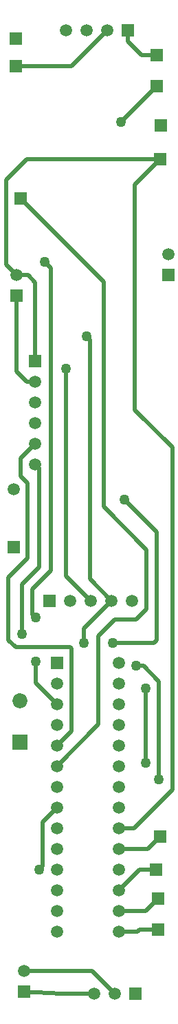
<source format=gbr>
G04 Layer_Physical_Order=2*
G04 Layer_Color=16711680*
%FSLAX26Y26*%
%MOIN*%
%TF.FileFunction,Copper,L2,Bot,Signal*%
%TF.Part,Single*%
G01*
G75*
%TA.AperFunction,Conductor*%
%ADD16C,0.019685*%
%TA.AperFunction,ComponentPad*%
%ADD17R,0.072835X0.072835*%
%ADD18C,0.072835*%
%ADD19R,0.059055X0.059055*%
%ADD20C,0.059055*%
%ADD21R,0.059055X0.059055*%
%TA.AperFunction,ViaPad*%
%ADD22C,0.050000*%
D16*
X6140000Y3940000D02*
X6230000D01*
X6240000Y3950000D01*
X6330000D01*
X5680000Y3750000D02*
X6010000D01*
X6120000Y3640000D01*
X5910000Y8125000D02*
X6085000Y8300000D01*
X5640000Y8125000D02*
X5910000D01*
X6185000Y8245000D02*
Y8300000D01*
Y8245000D02*
X6250000Y8180000D01*
X6325000D01*
X5770000Y4470000D02*
X5840000Y4540000D01*
X5770000Y4255000D02*
Y4470000D01*
X5755000Y4240000D02*
X5770000Y4255000D01*
X5695000Y6600000D02*
X5735000D01*
X5645000Y6650000D02*
X5695000Y6600000D01*
X5645000Y6650000D02*
Y7015000D01*
X5694000Y7675000D02*
X6340000D01*
X5595000Y7576000D02*
X5694000Y7675000D01*
X5595000Y7165000D02*
Y7576000D01*
Y7165000D02*
X5645000Y7115000D01*
X5700000D01*
X5735000Y7080000D01*
Y6700000D02*
Y7080000D01*
X5971000Y5406000D02*
X6105000Y5540000D01*
X5971000Y5336000D02*
Y5406000D01*
X6270000Y4040000D02*
X6330000Y4100000D01*
X6140000Y4040000D02*
X6270000D01*
X6140000Y4440000D02*
X6214686D01*
X6399686Y4625000D01*
Y6281314D01*
X6219000Y6462000D02*
X6399686Y6281314D01*
X6219000Y6462000D02*
Y7554000D01*
X6340000Y7675000D01*
X6224000Y5225000D02*
X6259844D01*
X6334844Y5150000D01*
Y4675000D02*
Y5150000D01*
X6280000Y4340000D02*
X6340000Y4400000D01*
X6140000Y4340000D02*
X6280000D01*
X6112000Y5335000D02*
X6309592D01*
X6325000Y5350408D01*
Y5871868D01*
X6167868Y6029000D02*
X6325000Y5871868D01*
X5680000Y3650000D02*
X5860000Y3640000D01*
X6020000D01*
X6140000Y4140000D02*
X6240000Y4240000D01*
X6320000D01*
X6150000Y7855000D02*
X6325000Y8030000D01*
X6270000Y4756000D02*
Y5116000D01*
X5985000Y6818000D02*
X6000560Y6802440D01*
Y5644440D02*
Y6802440D01*
Y5644440D02*
X6105000Y5540000D01*
X5885000Y5660000D02*
Y6664000D01*
Y5660000D02*
X6005000Y5540000D01*
X5665000Y6230000D02*
X5735000Y6300000D01*
X5665000Y6142868D02*
Y6230000D01*
Y6142868D02*
X5699370Y6108498D01*
Y5746398D02*
Y6108498D01*
X5606000Y5653028D02*
X5699370Y5746398D01*
X5606000Y5350000D02*
Y5653028D01*
Y5350000D02*
X5641000Y5315000D01*
X5905000D01*
X5910000Y5310000D01*
Y4910000D02*
Y5310000D01*
X5840000Y4840000D02*
X5910000Y4910000D01*
X5735000Y6200000D02*
X5754000Y6181000D01*
Y5701000D02*
Y6181000D01*
X5671000Y5618000D02*
X5754000Y5701000D01*
X5671000Y5380000D02*
Y5618000D01*
X5737000Y5143000D02*
X5840000Y5040000D01*
X5737000Y5143000D02*
Y5246000D01*
X5721000Y5474000D02*
X5737000Y5458000D01*
X5721000Y5474000D02*
Y5597000D01*
X5810000Y5686000D01*
Y7150000D01*
X5780000Y7180000D02*
X5810000Y7150000D01*
X5840000Y4740000D02*
X6042244Y4942244D01*
Y5370244D01*
X6122000Y5450000D01*
X6225000D01*
X6275000Y5500000D01*
Y5786000D01*
X6066314Y5994686D02*
X6275000Y5786000D01*
X6066314Y5994686D02*
Y7083686D01*
X5665000Y7485000D02*
X6066314Y7083686D01*
D17*
X5660000Y4855000D02*
D03*
D18*
Y5055000D02*
D03*
D19*
X6220000Y3640000D02*
D03*
X6185000Y8300000D02*
D03*
X5665000Y7485000D02*
D03*
X5805000Y5540000D02*
D03*
X5840000Y5240000D02*
D03*
D20*
X6120000Y3640000D02*
D03*
X6020000D02*
D03*
X5885000Y8300000D02*
D03*
X5985000D02*
D03*
X6085000D02*
D03*
X6380000Y7215000D02*
D03*
X5645000Y7115000D02*
D03*
X5630000Y6079764D02*
D03*
X6205000Y5540000D02*
D03*
X6105000D02*
D03*
X6005000D02*
D03*
X5905000D02*
D03*
X5840000Y5140000D02*
D03*
Y5040000D02*
D03*
Y4940000D02*
D03*
Y4840000D02*
D03*
Y4740000D02*
D03*
Y4640000D02*
D03*
Y4540000D02*
D03*
Y4440000D02*
D03*
Y4340000D02*
D03*
Y4240000D02*
D03*
Y4140000D02*
D03*
Y4040000D02*
D03*
Y3940000D02*
D03*
X6140000Y5240000D02*
D03*
Y5140000D02*
D03*
Y5040000D02*
D03*
Y4940000D02*
D03*
Y4840000D02*
D03*
Y4740000D02*
D03*
Y4640000D02*
D03*
Y4540000D02*
D03*
Y4440000D02*
D03*
Y4340000D02*
D03*
Y4240000D02*
D03*
Y4140000D02*
D03*
Y4040000D02*
D03*
Y3940000D02*
D03*
X5735000Y6600000D02*
D03*
Y6500000D02*
D03*
Y6400000D02*
D03*
Y6300000D02*
D03*
Y6200000D02*
D03*
X5680000Y3750000D02*
D03*
D21*
X5640000Y8260000D02*
D03*
X6380000Y7115000D02*
D03*
X5645000Y7015000D02*
D03*
X6340000Y7675000D02*
D03*
X6345000Y7840000D02*
D03*
X5630000Y5800236D02*
D03*
X6325000Y8180000D02*
D03*
X5640000Y8125000D02*
D03*
X6325000Y8030000D02*
D03*
X6330000Y3950000D02*
D03*
Y4100000D02*
D03*
X6320000Y4240000D02*
D03*
X6340000Y4400000D02*
D03*
X5735000Y6700000D02*
D03*
X5680000Y3650000D02*
D03*
D22*
X5755000Y4240000D02*
D03*
X5971000Y5336000D02*
D03*
X6224000Y5225000D02*
D03*
X6334844Y4675000D02*
D03*
X6112000Y5335000D02*
D03*
X6167868Y6029000D02*
D03*
X6150000Y7855000D02*
D03*
X6270000Y4756000D02*
D03*
Y5116000D02*
D03*
X5985000Y6818000D02*
D03*
X5885000Y6664000D02*
D03*
X5671000Y5380000D02*
D03*
X5737000Y5246000D02*
D03*
Y5458000D02*
D03*
X5780000Y7180000D02*
D03*
%TF.MD5,FC1D0444EB9EF5DD07A971BA3AD191A1*%
M02*

</source>
